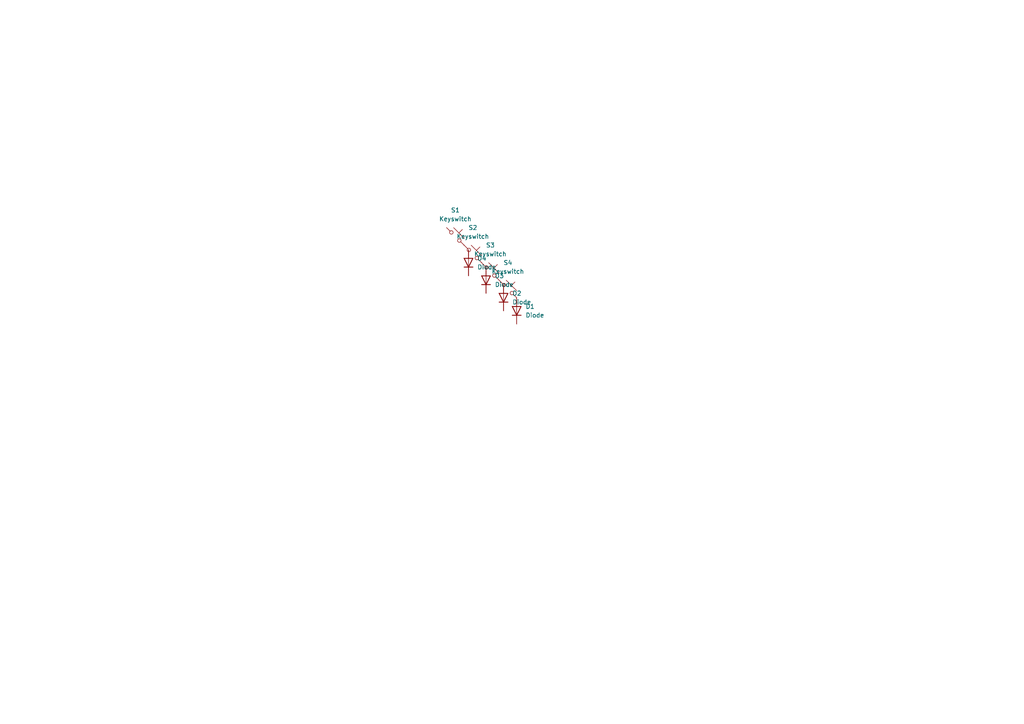
<source format=kicad_sch>
(kicad_sch (version 20231120) (generator "eeschema") (generator_version "8.0")
  (paper "A4")
  (lib_symbols
    (symbol "ScottoKeebs:Placeholder_Diode" (pin_numbers hide) (pin_names hide)
      (property "Reference" "D" (at 0 2.54 0))
      (property "Value" "Diode" (at 0 -2.54 0))
      (symbol "Placeholder_Diode_0_1"
        (polyline (pts (xy -1.27 1.27) (xy -1.27 -1.27)) (stroke (width 0.254)))
        (polyline (pts (xy 1.27 0) (xy -1.27 0)))
        (polyline (pts (xy 1.27 1.27) (xy 1.27 -1.27) (xy -1.27 0) (xy 1.27 1.27)) (stroke (width 0.254)))
      )
      (symbol "Placeholder_Diode_1_1"
        (pin passive line (at -3.81 0 0) (length 2.54) (name "K") (number "1"))
        (pin passive line (at 3.81 0 180) (length 2.54) (name "A") (number "2"))
      )
    )
    (symbol "ScottoKeebs:Placeholder_Keyswitch" (pin_numbers hide) (pin_names (offset 1.016) hide)
      (property "Reference" "S" (at 3.048 1.016 0))
      (property "Value" "Keyswitch" (at 0 -3.81 0))
      (symbol "Placeholder_Keyswitch_0_1"
        (circle (center -1.1684 1.1684) (radius 0.508))
        (polyline (pts (xy -0.508 2.54) (xy 2.54 -0.508)))
        (polyline (pts (xy 1.016 1.016) (xy 2.032 2.032)))
        (polyline (pts (xy -2.54 2.54) (xy -1.524 1.524) (xy -1.524 1.524)))
        (polyline (pts (xy 1.524 -1.524) (xy 2.54 -2.54) (xy 2.54 -2.54) (xy 2.54 -2.54)))
        (circle (center 1.143 -1.1938) (radius 0.508))
        (pin passive line (at -2.54 2.54 0) (length 0) (name "1") (number "1"))
        (pin passive line (at 2.54 -2.54 180) (length 0) (name "2") (number "2"))
      )
    )
  )
  (symbol (lib_id "ScottoKeebs:Placeholder_Keyswitch") (at 147.32 83.82 0) (unit 1)
    (property "Reference" "S4" (at 147.32 76.2 0))
    (property "Value" "Keyswitch" (at 147.32 78.74 0))
    (property "Footprint" "ScottoKeebs_MX:MX_PCB_1.00u" (effects (hide yes)))
    (property "Description" "Push button switch, normally open, two pins, 45° tilted" (effects (hide yes)))
  )
  (symbol (lib_id "ScottoKeebs:Placeholder_Diode") (at 146.05 86.36 90) (unit 1)
    (property "Reference" "D2" (at 148.59 85.0899 90) (effects (justify right)))
    (property "Value" "Diode" (at 148.59 87.6299 90) (effects (justify right)))
    (property "Footprint" "ScottoKeebs_Components:Diode_DO-35" (effects (hide yes)))
    (property "Description" "1N4148 (DO-35) or 1N4148W (SOD-123)" (effects (hide yes)))
    (property "Sim.Device" "D" (effects (hide yes)))
    (property "Sim.Pins" "1=K 2=A" (effects (hide yes)))
  )
  (symbol (lib_id "ScottoKeebs:Placeholder_Diode") (at 149.86 90.17 90) (unit 1)
    (property "Reference" "D1" (at 152.4 88.8999 90) (effects (justify right)))
    (property "Value" "Diode" (at 152.4 91.4399 90) (effects (justify right)))
    (property "Footprint" "ScottoKeebs_Components:Diode_DO-35" (effects (hide yes)))
    (property "Description" "1N4148 (DO-35) or 1N4148W (SOD-123)" (effects (hide yes)))
    (property "Sim.Device" "D" (effects (hide yes)))
    (property "Sim.Pins" "1=K 2=A" (effects (hide yes)))
  )
  (symbol (lib_id "ScottoKeebs:Placeholder_Keyswitch") (at 137.16 73.66 0) (unit 1)
    (property "Reference" "S2" (at 137.16 66.04 0))
    (property "Value" "Keyswitch" (at 137.16 68.58 0))
    (property "Footprint" "ScottoKeebs_MX:MX_PCB_1.00u" (effects (hide yes)))
    (property "Description" "Push button switch, normally open, two pins, 45° tilted" (effects (hide yes)))
  )
  (symbol (lib_id "ScottoKeebs:Placeholder_Diode") (at 140.97 81.28 90) (unit 1)
    (property "Reference" "D3" (at 143.51 80.0099 90) (effects (justify right)))
    (property "Value" "Diode" (at 143.51 82.5499 90) (effects (justify right)))
    (property "Footprint" "ScottoKeebs_Components:Diode_DO-35" (effects (hide yes)))
    (property "Description" "1N4148 (DO-35) or 1N4148W (SOD-123)" (effects (hide yes)))
    (property "Sim.Device" "D" (effects (hide yes)))
    (property "Sim.Pins" "1=K 2=A" (effects (hide yes)))
  )
  (symbol (lib_id "ScottoKeebs:Placeholder_Diode") (at 135.89 76.2 90) (unit 1)
    (property "Reference" "D4" (at 138.43 74.9299 90) (effects (justify right)))
    (property "Value" "Diode" (at 138.43 77.4699 90) (effects (justify right)))
    (property "Footprint" "ScottoKeebs_Components:Diode_DO-35" (effects (hide yes)))
    (property "Description" "1N4148 (DO-35) or 1N4148W (SOD-123)" (effects (hide yes)))
    (property "Sim.Device" "D" (effects (hide yes)))
    (property "Sim.Pins" "1=K 2=A" (effects (hide yes)))
  )
  (symbol (lib_id "ScottoKeebs:Placeholder_Keyswitch") (at 132.08 68.58 0) (unit 1)
    (property "Reference" "S1" (at 132.08 60.96 0))
    (property "Value" "Keyswitch" (at 132.08 63.5 0))
    (property "Footprint" "ScottoKeebs_MX:MX_PCB_1.00u" (effects (hide yes)))
    (property "Description" "Push button switch, normally open, two pins, 45° tilted" (effects (hide yes)))
  )
  (symbol (lib_id "ScottoKeebs:Placeholder_Keyswitch") (at 142.24 78.74 0) (unit 1)
    (property "Reference" "S3" (at 142.24 71.12 0))
    (property "Value" "Keyswitch" (at 142.24 73.66 0))
    (property "Footprint" "ScottoKeebs_MX:MX_PCB_1.00u" (effects (hide yes)))
    (property "Description" "Push button switch, normally open, two pins, 45° tilted" (effects (hide yes)))
  )
)
</source>
